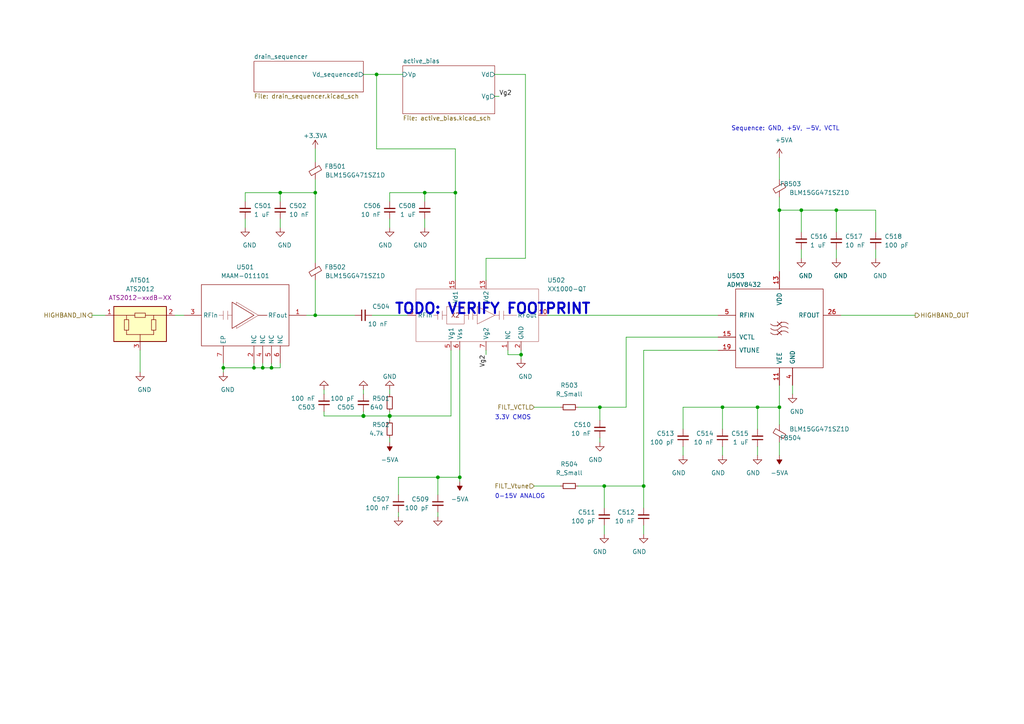
<source format=kicad_sch>
(kicad_sch (version 20211123) (generator eeschema)
  (paper "A4")
  (lib_symbols
    (symbol "Device:C_Small" (pin_numbers hide) (pin_names (offset 0.254) hide)
      (property "Reference" "C" (at 0.254 1.778 0))
      (property "Value" "C_Small" (at 0.254 -2.032 0))
      (symbol "C_Small_0_1"
        (polyline (pts (xy -1.524 -0.508) (xy 1.524 -0.508)) (stroke (width 0.3302)))
        (polyline (pts (xy -1.524 0.508) (xy 1.524 0.508)) (stroke (width 0.3048)))
      )
      (symbol "C_Small_1_1"
        (pin passive line (at 0 2.54 270) (length 2.032) (name "~") (number "1"))
        (pin passive line (at 0 -2.54 90) (length 2.032) (name "~") (number "2"))
      )
    )
    (symbol "Device:FerriteBead_Small" (pin_numbers hide) (pin_names (offset 0))
      (property "Reference" "FB" (at 1.905 1.27 0))
      (property "Value" "FerriteBead_Small" (at 1.905 -1.27 0))
      (symbol "FerriteBead_Small_0_1"
        (polyline (pts (xy 0 -1.27) (xy 0 -0.7874)))
        (polyline (pts (xy 0 0.889) (xy 0 1.2954)))
        (polyline (pts (xy -1.8288 0.2794) (xy -1.1176 1.4986) (xy 1.8288 -0.2032) (xy 1.1176 -1.4224) (xy -1.8288 0.2794)))
      )
      (symbol "FerriteBead_Small_1_1"
        (pin passive line (at 0 2.54 270) (length 1.27) (name "~") (number "1"))
        (pin passive line (at 0 -2.54 90) (length 1.27) (name "~") (number "2"))
      )
    )
    (symbol "Device:R_Small" (pin_numbers hide) (pin_names (offset 0.254) hide)
      (property "Reference" "R" (at 0.762 0.508 0))
      (property "Value" "R_Small" (at 0.762 -1.016 0))
      (symbol "R_Small_0_1"
        (rectangle (start -0.762 1.778) (end 0.762 -1.778) (stroke (width 0.2032)))
      )
      (symbol "R_Small_1_1"
        (pin passive line (at 0 2.54 270) (length 0.762) (name "~") (number "1"))
        (pin passive line (at 0 -2.54 90) (length 0.762) (name "~") (number "2"))
      )
    )
    (symbol "jtk_rf:ADMV8432" (pin_names (offset 1.016))
      (property "Reference" "U" (at -24.13 13.97 0))
      (property "Value" "ADMV8432" (at -20.32 16.51 0))
      (symbol "ADMV8432_0_1"
        (rectangle (start -12.7 11.43) (end 12.7 -11.43))
        (arc (start -2.54 -1.27) (mid -1.27 -1.7961) (end 0 -1.27))
        (polyline (pts (xy -0.635 -0.635) (xy 0.635 -1.905)))
        (polyline (pts (xy -0.635 0.635) (xy 0.635 1.905)))
        (polyline (pts (xy -0.635 1.905) (xy 0.635 0.635)))
        (polyline (pts (xy 0.635 -0.635) (xy -0.635 -1.905)))
        (arc (start 2.54 -1.27) (mid 1.27 -0.7439) (end 0 -1.27))
      )
      (symbol "ADMV8432_1_1"
        (arc (start -2.54 0) (mid -1.27 -0.5261) (end 0 0))
        (arc (start -2.54 1.27) (mid -1.27 0.7439) (end 0 1.27))
        (arc (start 2.54 0) (mid 1.27 0.5261) (end 0 0))
        (arc (start 2.54 1.27) (mid 1.27 1.7961) (end 0 1.27))
        (pin power_in line (at 3.81 -16.51 90) (length 5.08) hide (name "NC") (number "1"))
        (pin power_in line (at 3.81 -16.51 90) (length 5.08) hide (name "NC") (number "10"))
        (pin power_in line (at 0 -16.51 90) (length 5.08) (name "VEE") (number "11"))
        (pin power_in line (at 3.81 -16.51 90) (length 5.08) hide (name "GND") (number "12"))
        (pin power_in line (at 0 16.51 270) (length 5.08) (name "VDD") (number "13"))
        (pin power_in line (at 3.81 -16.51 90) (length 5.08) hide (name "NC") (number "14"))
        (pin input line (at -17.78 -2.54 0) (length 5.08) (name "VCTL") (number "15"))
        (pin power_in line (at 3.81 -16.51 90) (length 5.08) hide (name "GND") (number "16"))
        (pin power_in line (at 3.81 -16.51 90) (length 5.08) hide (name "NC") (number "17"))
        (pin power_in line (at 3.81 -16.51 90) (length 5.08) hide (name "GND") (number "18"))
        (pin input line (at -17.78 -6.35 0) (length 5.08) (name "VTUNE") (number "19"))
        (pin power_in line (at 3.81 -16.51 90) (length 5.08) hide (name "NC") (number "2"))
        (pin power_in line (at 3.81 -16.51 90) (length 5.08) hide (name "NC") (number "20"))
        (pin power_in line (at 3.81 -16.51 90) (length 5.08) hide (name "NC") (number "21"))
        (pin power_in line (at 3.81 -16.51 90) (length 5.08) hide (name "NC") (number "22"))
        (pin power_in line (at 3.81 -16.51 90) (length 5.08) hide (name "NC") (number "23"))
        (pin power_in line (at 3.81 -16.51 90) (length 5.08) hide (name "NC") (number "24"))
        (pin power_in line (at 3.81 -16.51 90) (length 5.08) hide (name "GND") (number "25"))
        (pin output line (at 17.78 3.81 180) (length 5.08) (name "RFOUT") (number "26"))
        (pin power_in line (at 3.81 -16.51 90) (length 5.08) hide (name "GND") (number "27"))
        (pin power_in line (at 3.81 -16.51 90) (length 5.08) hide (name "NC") (number "28"))
        (pin power_in line (at 3.81 -16.51 90) (length 5.08) hide (name "NC") (number "29"))
        (pin power_in line (at 3.81 -16.51 90) (length 5.08) hide (name "NC") (number "3"))
        (pin power_in line (at 3.81 -16.51 90) (length 5.08) hide (name "NC") (number "30"))
        (pin power_in line (at 3.81 -16.51 90) (length 5.08) hide (name "NC") (number "31"))
        (pin power_in line (at 3.81 -16.51 90) (length 5.08) hide (name "NC") (number "32"))
        (pin power_in line (at 3.81 -16.51 90) (length 5.08) hide (name "NC") (number "33"))
        (pin power_in line (at 3.81 -16.51 90) (length 5.08) hide (name "NC") (number "34"))
        (pin power_in line (at 3.81 -16.51 90) (length 5.08) hide (name "NC") (number "35"))
        (pin power_in line (at 3.81 -16.51 90) (length 5.08) hide (name "NC") (number "36"))
        (pin power_in line (at 3.81 -16.51 90) (length 5.08) hide (name "NC") (number "37"))
        (pin power_in line (at 3.81 -16.51 90) (length 5.08) hide (name "NC") (number "38"))
        (pin power_in line (at 3.81 -16.51 90) (length 5.08) hide (name "NC") (number "39"))
        (pin power_in line (at 3.81 -16.51 90) (length 5.08) (name "GND") (number "4"))
        (pin power_in line (at 3.81 -16.51 90) (length 5.08) hide (name "NC") (number "40"))
        (pin power_in line (at 3.81 -16.51 90) (length 5.08) hide (name "GND") (number "41"))
        (pin input line (at -17.78 3.81 0) (length 5.08) (name "RFIN") (number "5"))
        (pin power_in line (at 3.81 -16.51 90) (length 5.08) hide (name "GND") (number "6"))
        (pin power_in line (at 3.81 -16.51 90) (length 5.08) hide (name "NC") (number "7"))
        (pin power_in line (at 3.81 -16.51 90) (length 5.08) hide (name "NC") (number "8"))
        (pin power_in line (at 3.81 -16.51 90) (length 5.08) hide (name "NC") (number "9"))
      )
    )
    (symbol "jtk_rf:ATS2012"
      (property "Reference" "AT" (at -8.89 7.62 0))
      (property "Value" "ATS2012" (at -6.35 5.08 0))
      (property "mpn" "ATS2012-xxdB-XX" (at -3.81 12.7 0))
      (symbol "ATS2012_0_1"
        (rectangle (start -7.62 2.54) (end 7.62 -7.62) (stroke (width 0.254)) (fill (type background)))
        (polyline (pts (xy -3.937 -5.588) (xy 3.937 -5.588)))
        (polyline (pts (xy -3.937 -1.27) (xy -3.937 0)))
        (polyline (pts (xy -1.524 0) (xy -7.62 0)))
        (polyline (pts (xy 0 -7.62) (xy 0 -5.588)))
        (polyline (pts (xy 3.937 -1.27) (xy 3.937 0)))
        (pin passive line (at 0 -10.16 90) (length 2.54) (name "~") (number "3"))
      )
      (symbol "ATS2012_1_1"
        (rectangle (start -4.572 -4.318) (end -3.302 -1.27))
        (rectangle (start -1.524 0.635) (end 1.524 -0.635))
        (polyline (pts (xy -3.937 -5.588) (xy -3.937 -4.318)))
        (polyline (pts (xy 3.937 -5.588) (xy 3.937 -4.318)))
        (polyline (pts (xy 7.62 0) (xy 1.524 0)))
        (rectangle (start 3.302 -4.318) (end 4.572 -1.27))
        (pin passive line (at -10.16 0 0) (length 2.54) (name "~") (number "1"))
        (pin passive line (at 10.16 0 180) (length 2.54) (name "~") (number "2"))
      )
    )
    (symbol "jtk_rf:MAAM-011101"
      (property "Reference" "U" (at -15.24 13.97 0))
      (property "Value" "MAAM-011101" (at -8.89 11.43 0))
      (symbol "MAAM-011101_0_1"
        (rectangle (start -11.43 8.89) (end 13.97 -8.89))
        (polyline (pts (xy -3.81 1.27) (xy -3.81 -1.27)) (stroke (width 0.0006)))
        (polyline (pts (xy -2.54 0) (xy -3.81 0)) (stroke (width 0.0006)))
        (polyline (pts (xy -1.27 3.81) (xy -1.27 3.175)) (stroke (width 0.0006)))
        (polyline (pts (xy 5.08 0) (xy 7.62 0)))
        (polyline (pts (xy -6.35 0) (xy -5.08 0) (xy -5.08 1.27) (xy -5.08 -1.27)) (stroke (width 0.0006)))
        (polyline (pts (xy -1.27 3.81) (xy 5.08 0) (xy -1.27 -3.81) (xy -1.27 -3.175)) (stroke (width 0.0006)))
        (polyline (pts (xy 3.81 0) (xy -2.54 3.81) (xy -2.54 -3.81) (xy 3.81 0)))
      )
      (symbol "MAAM-011101_1_1"
        (pin bidirectional line (at 19.05 0 180) (length 5.08) (name "RFout") (number "1"))
        (pin power_in line (at 3.81 -13.97 90) (length 5.08) (name "NC") (number "2"))
        (pin input line (at -16.51 0 0) (length 5.08) (name "RFin") (number "3"))
        (pin power_in line (at 6.35 -13.97 90) (length 5.08) (name "NC") (number "4"))
        (pin power_in line (at 8.89 -13.97 90) (length 5.08) (name "NC") (number "5"))
        (pin power_in line (at 11.43 -13.97 90) (length 5.08) (name "NC") (number "6"))
        (pin power_in line (at -5.08 -13.97 90) (length 5.08) (name "EP") (number "7"))
      )
    )
    (symbol "jtk_rf:XX1000-QT"
      (property "Reference" "U" (at 20.32 8.89 0))
      (property "Value" "XX1000-QT" (at 25.4 6.35 0))
      (symbol "XX1000-QT_0_0"
        (text "X2" (at -6.35 0 0) (effects (font (size 1.27 1.27))))
      )
      (symbol "XX1000-QT_0_1"
        (rectangle (start -17.78 7.62) (end 17.78 -7.62) (stroke (width 0.0006)))
        (polyline (pts (xy -10.16 0) (xy -8.89 0)) (stroke (width 0.0006)))
        (polyline (pts (xy -10.16 1.27) (xy -10.16 -1.27)) (stroke (width 0.0006)))
        (polyline (pts (xy -2.54 -1.27) (xy -2.54 0)) (stroke (width 0.0006)))
        (polyline (pts (xy -1.27 0) (xy 0 0)) (stroke (width 0.0006)))
        (polyline (pts (xy -1.27 1.27) (xy -1.27 -1.27)) (stroke (width 0.0006)))
        (polyline (pts (xy 5.08 0) (xy 6.35 0)) (stroke (width 0.0006)))
        (polyline (pts (xy 6.35 1.27) (xy 6.35 -1.27)) (stroke (width 0.0006)))
        (polyline (pts (xy 7.62 0) (xy 10.16 0)) (stroke (width 0.0006)))
        (polyline (pts (xy 7.62 1.27) (xy 7.62 -1.27)) (stroke (width 0.0006)))
        (polyline (pts (xy 10.16 0) (xy 11.43 0)) (stroke (width 0.0006)))
        (polyline (pts (xy -3.81 0) (xy -2.54 0) (xy -2.54 1.27)) (stroke (width 0.0006)))
        (polyline (pts (xy -12.7 0) (xy -11.43 0) (xy -11.43 1.27) (xy -11.43 -1.27)) (stroke (width 0.0006)))
        (polyline (pts (xy 0 0) (xy 0 2.54) (xy 5.08 0) (xy 0 -2.54) (xy 0 0)) (stroke (width 0.0006)))
        (polyline (pts (xy -8.89 0) (xy -8.89 2.54) (xy -3.81 2.54) (xy -3.81 -2.54) (xy -8.89 -2.54) (xy -8.89 0)) (stroke (width 0.0006)))
      )
      (symbol "XX1000-QT_1_1"
        (pin passive line (at 8.89 -10.16 90) (length 2.54) (name "NC") (number "1"))
        (pin output line (at 20.32 0 180) (length 2.54) (name "RFout") (number "10"))
        (pin passive line (at 12.7 -10.16 90) (length 2.54) hide (name "GND") (number "11"))
        (pin passive line (at 8.89 -10.16 90) (length 2.54) hide (name "NC") (number "12"))
        (pin input line (at 2.54 10.16 270) (length 2.54) (name "Vd2") (number "13"))
        (pin passive line (at 8.89 -10.16 90) (length 2.54) hide (name "NC") (number "14"))
        (pin input line (at -6.35 10.16 270) (length 2.54) (name "Vd1") (number "15"))
        (pin passive line (at 8.89 -10.16 90) (length 2.54) hide (name "NC") (number "16"))
        (pin passive line (at 12.7 -10.16 90) (length 2.54) hide (name "GND") (number "17"))
        (pin power_in line (at 12.7 -10.16 90) (length 2.54) (name "GND") (number "2"))
        (pin input line (at -20.32 0 0) (length 2.54) (name "RFin") (number "3"))
        (pin passive line (at 12.7 -10.16 90) (length 2.54) hide (name "GND") (number "4"))
        (pin input line (at -7.62 -10.16 90) (length 2.54) (name "Vg1") (number "5"))
        (pin input line (at -5.08 -10.16 90) (length 2.54) (name "Vss") (number "6"))
        (pin input line (at 2.54 -10.16 90) (length 2.54) (name "Vg2") (number "7"))
        (pin passive line (at 8.89 -10.16 90) (length 2.54) hide (name "NC") (number "8"))
        (pin passive line (at 12.7 -10.16 90) (length 2.54) hide (name "GND") (number "9"))
      )
    )
    (symbol "power:+3.3VA" (power) (pin_names (offset 0))
      (property "Value" "+3.3VA" (at 0 3.556 0))
      (symbol "+3.3VA_0_1"
        (polyline (pts (xy -0.762 1.27) (xy 0 2.54)))
        (polyline (pts (xy 0 0) (xy 0 2.54)))
        (polyline (pts (xy 0 2.54) (xy 0.762 1.27)))
      )
      (symbol "+3.3VA_1_1"
        (pin power_in line (at 0 0 90) (length 0) hide (name "+3.3VA") (number "1"))
      )
    )
    (symbol "power:+5VA" (power) (pin_names (offset 0))
      (property "Value" "+5VA" (at 0 3.556 0))
      (symbol "+5VA_0_1"
        (polyline (pts (xy -0.762 1.27) (xy 0 2.54)))
        (polyline (pts (xy 0 0) (xy 0 2.54)))
        (polyline (pts (xy 0 2.54) (xy 0.762 1.27)))
      )
      (symbol "+5VA_1_1"
        (pin power_in line (at 0 0 90) (length 0) hide (name "+5VA") (number "1"))
      )
    )
    (symbol "power:-5VA" (power) (pin_names (offset 0))
      (property "Value" "-5VA" (at 0 3.81 0))
      (symbol "-5VA_0_0"
        (pin power_in line (at 0 0 90) (length 0) hide (name "-5VA") (number "1"))
      )
      (symbol "-5VA_0_1"
        (polyline (pts (xy 0 0) (xy 0 1.27) (xy 0.762 1.27) (xy 0 2.54) (xy -0.762 1.27) (xy 0 1.27)) (fill (type outline)))
      )
    )
    (symbol "power:GND" (power) (pin_names (offset 0))
      (property "Value" "GND" (at 0 -3.81 0))
      (symbol "GND_0_1"
        (polyline (pts (xy 0 0) (xy 0 -1.27) (xy 1.27 -1.27) (xy 0 -2.54) (xy -1.27 -1.27) (xy 0 -1.27)))
      )
      (symbol "GND_1_1"
        (pin power_in line (at 0 0 270) (length 0) hide (name "GND") (number "1"))
      )
    )
  )
  (junction (at 186.69 140.97) (diameter 0.9144))
  (junction (at 73.66 106.68) (diameter 0.9144))
  (junction (at 64.77 106.68) (diameter 0.9144))
  (junction (at 113.03 120.65) (diameter 1.016))
  (junction (at 209.55 118.11) (diameter 0.9144))
  (junction (at 132.08 55.88) (diameter 0.9144))
  (junction (at 226.06 118.11) (diameter 0.9144))
  (junction (at 242.57 60.96) (diameter 0.9144))
  (junction (at 151.13 102.87) (diameter 0.9144))
  (junction (at 105.41 120.65) (diameter 1.016))
  (junction (at 91.44 91.44) (diameter 0.9144))
  (junction (at 175.26 140.97) (diameter 0.9144))
  (junction (at 232.41 60.96) (diameter 0.9144))
  (junction (at 133.35 138.43) (diameter 0.9144))
  (junction (at 81.28 55.88) (diameter 0.9144))
  (junction (at 173.99 118.11) (diameter 0.9144))
  (junction (at 91.44 55.88) (diameter 0.9144))
  (junction (at 78.74 106.68) (diameter 0.9144))
  (junction (at 226.06 60.96) (diameter 0.9144))
  (junction (at 219.71 118.11) (diameter 0.9144))
  (junction (at 127 138.43) (diameter 0.9144))
  (junction (at 123.19 55.88) (diameter 0.9144))
  (junction (at 109.22 21.59) (diameter 0.9144))
  (junction (at 76.2 106.68) (diameter 0.9144))
  (wire (pts (xy 81.28 55.88) (xy 91.44 55.88)))
  (wire (pts (xy 143.51 27.94) (xy 144.78 27.94)))
  (wire (pts (xy 175.26 140.97) (xy 186.69 140.97)))
  (wire (pts (xy 91.44 81.28) (xy 91.44 91.44)))
  (wire (pts (xy 73.66 105.41) (xy 73.66 106.68)))
  (wire (pts (xy 226.06 128.27) (xy 226.06 132.08)))
  (wire (pts (xy 107.95 91.44) (xy 118.11 91.44)))
  (wire (pts (xy 88.9 91.44) (xy 91.44 91.44)))
  (wire (pts (xy 91.44 91.44) (xy 102.87 91.44)))
  (wire (pts (xy 198.12 118.11) (xy 209.55 118.11)))
  (wire (pts (xy 123.19 63.5) (xy 123.19 66.04)))
  (wire (pts (xy 226.06 45.72) (xy 226.06 52.07)))
  (wire (pts (xy 127 148.59) (xy 127 149.86)))
  (wire (pts (xy 140.97 101.6) (xy 140.97 102.87)))
  (wire (pts (xy 71.12 63.5) (xy 71.12 66.04)))
  (wire (pts (xy 173.99 118.11) (xy 181.61 118.11)))
  (wire (pts (xy 81.28 105.41) (xy 81.28 106.68)))
  (wire (pts (xy 198.12 129.54) (xy 198.12 132.08)))
  (wire (pts (xy 208.28 97.79) (xy 181.61 97.79)))
  (wire (pts (xy 64.77 105.41) (xy 64.77 106.68)))
  (wire (pts (xy 151.13 101.6) (xy 151.13 102.87)))
  (wire (pts (xy 175.26 140.97) (xy 175.26 147.32)))
  (wire (pts (xy 127 138.43) (xy 127 143.51)))
  (wire (pts (xy 50.8 91.44) (xy 53.34 91.44)))
  (wire (pts (xy 130.81 120.65) (xy 130.81 101.6)))
  (wire (pts (xy 93.98 114.3) (xy 93.98 113.03)))
  (wire (pts (xy 93.98 120.65) (xy 105.41 120.65)))
  (wire (pts (xy 232.41 60.96) (xy 232.41 67.31)))
  (wire (pts (xy 242.57 60.96) (xy 242.57 67.31)))
  (wire (pts (xy 76.2 105.41) (xy 76.2 106.68)))
  (wire (pts (xy 91.44 52.07) (xy 91.44 55.88)))
  (wire (pts (xy 209.55 129.54) (xy 209.55 132.08)))
  (wire (pts (xy 254 72.39) (xy 254 74.93)))
  (wire (pts (xy 242.57 60.96) (xy 254 60.96)))
  (wire (pts (xy 71.12 55.88) (xy 71.12 58.42)))
  (wire (pts (xy 186.69 152.4) (xy 186.69 154.94)))
  (wire (pts (xy 113.03 55.88) (xy 113.03 58.42)))
  (wire (pts (xy 105.41 114.3) (xy 105.41 113.03)))
  (wire (pts (xy 113.03 120.65) (xy 130.81 120.65)))
  (wire (pts (xy 78.74 105.41) (xy 78.74 106.68)))
  (wire (pts (xy 209.55 118.11) (xy 219.71 118.11)))
  (wire (pts (xy 186.69 101.6) (xy 208.28 101.6)))
  (wire (pts (xy 71.12 55.88) (xy 81.28 55.88)))
  (wire (pts (xy 219.71 129.54) (xy 219.71 132.08)))
  (wire (pts (xy 113.03 127) (xy 113.03 128.27)))
  (wire (pts (xy 115.57 138.43) (xy 115.57 143.51)))
  (wire (pts (xy 243.84 91.44) (xy 265.43 91.44)))
  (wire (pts (xy 167.64 140.97) (xy 175.26 140.97)))
  (wire (pts (xy 140.97 74.93) (xy 140.97 81.28)))
  (wire (pts (xy 143.51 21.59) (xy 152.4 21.59)))
  (wire (pts (xy 152.4 21.59) (xy 152.4 74.93)))
  (wire (pts (xy 152.4 74.93) (xy 140.97 74.93)))
  (wire (pts (xy 147.32 101.6) (xy 147.32 102.87)))
  (wire (pts (xy 26.67 91.44) (xy 30.48 91.44)))
  (wire (pts (xy 147.32 102.87) (xy 151.13 102.87)))
  (wire (pts (xy 254 60.96) (xy 254 67.31)))
  (wire (pts (xy 242.57 72.39) (xy 242.57 74.93)))
  (wire (pts (xy 226.06 60.96) (xy 226.06 78.74)))
  (wire (pts (xy 186.69 140.97) (xy 186.69 147.32)))
  (wire (pts (xy 113.03 63.5) (xy 113.03 66.04)))
  (wire (pts (xy 113.03 113.03) (xy 113.03 114.3)))
  (wire (pts (xy 154.94 118.11) (xy 162.56 118.11)))
  (wire (pts (xy 109.22 43.18) (xy 109.22 21.59)))
  (wire (pts (xy 132.08 43.18) (xy 109.22 43.18)))
  (wire (pts (xy 132.08 55.88) (xy 132.08 43.18)))
  (wire (pts (xy 186.69 101.6) (xy 186.69 140.97)))
  (wire (pts (xy 123.19 55.88) (xy 113.03 55.88)))
  (wire (pts (xy 173.99 127) (xy 173.99 128.27)))
  (wire (pts (xy 232.41 72.39) (xy 232.41 74.93)))
  (wire (pts (xy 123.19 55.88) (xy 123.19 58.42)))
  (wire (pts (xy 151.13 102.87) (xy 151.13 104.14)))
  (wire (pts (xy 181.61 97.79) (xy 181.61 118.11)))
  (wire (pts (xy 115.57 138.43) (xy 127 138.43)))
  (wire (pts (xy 219.71 118.11) (xy 219.71 124.46)))
  (wire (pts (xy 232.41 60.96) (xy 242.57 60.96)))
  (wire (pts (xy 105.41 21.59) (xy 109.22 21.59)))
  (wire (pts (xy 109.22 21.59) (xy 116.84 21.59)))
  (wire (pts (xy 226.06 118.11) (xy 226.06 123.19)))
  (wire (pts (xy 81.28 63.5) (xy 81.28 66.04)))
  (wire (pts (xy 105.41 119.38) (xy 105.41 120.65)))
  (wire (pts (xy 154.94 140.97) (xy 162.56 140.97)))
  (wire (pts (xy 229.87 111.76) (xy 229.87 114.3)))
  (wire (pts (xy 167.64 118.11) (xy 173.99 118.11)))
  (wire (pts (xy 115.57 148.59) (xy 115.57 149.86)))
  (wire (pts (xy 40.64 101.6) (xy 40.64 107.95)))
  (wire (pts (xy 64.77 106.68) (xy 64.77 107.95)))
  (wire (pts (xy 133.35 101.6) (xy 133.35 138.43)))
  (wire (pts (xy 133.35 138.43) (xy 133.35 139.7)))
  (wire (pts (xy 173.99 118.11) (xy 173.99 121.92)))
  (wire (pts (xy 132.08 55.88) (xy 132.08 81.28)))
  (wire (pts (xy 113.03 120.65) (xy 113.03 119.38)))
  (wire (pts (xy 219.71 118.11) (xy 226.06 118.11)))
  (wire (pts (xy 123.19 55.88) (xy 132.08 55.88)))
  (wire (pts (xy 93.98 119.38) (xy 93.98 120.65)))
  (wire (pts (xy 91.44 43.18) (xy 91.44 46.99)))
  (wire (pts (xy 198.12 118.11) (xy 198.12 124.46)))
  (wire (pts (xy 91.44 55.88) (xy 91.44 76.2)))
  (wire (pts (xy 226.06 57.15) (xy 226.06 60.96)))
  (wire (pts (xy 209.55 118.11) (xy 209.55 124.46)))
  (wire (pts (xy 226.06 111.76) (xy 226.06 118.11)))
  (wire (pts (xy 64.77 106.68) (xy 73.66 106.68)))
  (wire (pts (xy 73.66 106.68) (xy 76.2 106.68)))
  (wire (pts (xy 76.2 106.68) (xy 78.74 106.68)))
  (wire (pts (xy 78.74 106.68) (xy 81.28 106.68)))
  (wire (pts (xy 226.06 60.96) (xy 232.41 60.96)))
  (wire (pts (xy 113.03 120.65) (xy 113.03 121.92)))
  (wire (pts (xy 158.75 91.44) (xy 208.28 91.44)))
  (wire (pts (xy 175.26 152.4) (xy 175.26 154.94)))
  (wire (pts (xy 127 138.43) (xy 133.35 138.43)))
  (wire (pts (xy 105.41 120.65) (xy 113.03 120.65)))
  (wire (pts (xy 81.28 55.88) (xy 81.28 58.42)))
  (text "TODO: VERIFY FOOTPRINT" (at 114.3 91.44 0) (effects (font (size 3 3) (thickness 0.6) bold) (justify left bottom)))
  (text "3.3V CMOS" (at 143.51 121.92 0) (effects (font (size 1.27 1.27)) (justify left bottom)))
  (text "0-15V ANALOG" (at 143.51 144.78 0) (effects (font (size 1.27 1.27)) (justify left bottom)))
  (text "Sequence: GND, +5V, -5V, VCTL" (at 212.09 38.1 0) (effects (font (size 1.27 1.27)) (justify left bottom)))
  (label "Vg2" (at 140.97 102.87 270))
  (label "Vg2" (at 144.78 27.94 0))
  (hierarchical_label "HIGHBAND_IN" (shape output) (at 26.67 91.44 180))
  (hierarchical_label "FILT_VCTL" (shape input) (at 154.94 118.11 180))
  (hierarchical_label "FILT_Vtune" (shape input) (at 154.94 140.97 180))
  (hierarchical_label "HIGHBAND_OUT" (shape output) (at 265.43 91.44 0))
  (symbol (lib_id "Device:R_Small") (at 113.03 116.84 180) (unit 1)
    (property "Reference" "R501" (at 110.49 115.57 0))
    (property "Value" "640" (at 109.22 118.11 0))
    (property "Footprint" "Resistor_SMD:R_0402_1005Metric" (effects hide))
  )
  (symbol (lib_id "Device:C_Small") (at 71.12 60.96 180) (unit 1)
    (property "Reference" "C501" (at 73.66 59.69 0) (effects (justify right)))
    (property "Value" "1 uF" (at 73.66 62.23 0) (effects (justify right)))
    (property "Footprint" "Capacitor_SMD:C_0402_1005Metric" (effects hide))
  )
  (symbol (lib_id "power:GND") (at 219.71 132.08 0) (mirror y) (unit 1)
    (property "Reference" "#PWR0521" (effects hide))
    (property "Value" "GND" (at 218.44 137.16 0))
  )
  (symbol (lib_id "power:GND") (at 64.77 107.95 0) (unit 1)
    (property "Reference" "#PWR0502" (effects hide))
    (property "Value" "GND" (at 66.04 113.03 0))
  )
  (symbol (lib_id "Device:C_Small") (at 115.57 146.05 0) (mirror y) (unit 1)
    (property "Reference" "C507" (at 113.03 144.78 0) (effects (justify left)))
    (property "Value" "100 nF" (at 113.03 147.32 0) (effects (justify left)))
    (property "Footprint" "Capacitor_SMD:C_0402_1005Metric" (effects hide))
  )
  (symbol (lib_id "power:GND") (at 113.03 66.04 0) (mirror y) (unit 1)
    (property "Reference" "#PWR0508" (effects hide))
    (property "Value" "GND" (at 111.76 71.12 0))
  )
  (symbol (lib_id "power:GND") (at 198.12 132.08 0) (mirror y) (unit 1)
    (property "Reference" "#PWR0519" (effects hide))
    (property "Value" "GND" (at 196.85 137.16 0))
  )
  (symbol (lib_id "power:GND") (at 151.13 104.14 0) (unit 1)
    (property "Reference" "#PWR0515" (effects hide))
    (property "Value" "GND" (at 152.4 109.22 0))
  )
  (symbol (lib_id "Device:C_Small") (at 242.57 69.85 180) (unit 1)
    (property "Reference" "C517" (at 245.11 68.58 0) (effects (justify right)))
    (property "Value" "10 nF" (at 245.11 71.12 0) (effects (justify right)))
    (property "Footprint" "Capacitor_SMD:C_0402_1005Metric" (effects hide))
  )
  (symbol (lib_id "power:GND") (at 93.98 113.03 180) (unit 1)
    (property "Reference" "#PWR0506" (effects hide))
    (property "Value" "GND" (effects hide))
  )
  (symbol (lib_id "power:GND") (at 242.57 74.93 0) (unit 1)
    (property "Reference" "#PWR0526" (effects hide))
    (property "Value" "GND" (at 243.84 80.01 0))
  )
  (symbol (lib_id "Device:C_Small") (at 209.55 127 0) (mirror x) (unit 1)
    (property "Reference" "C514" (at 207.01 125.73 0) (effects (justify right)))
    (property "Value" "10 nF" (at 207.01 128.27 0) (effects (justify right)))
    (property "Footprint" "Capacitor_SMD:C_0402_1005Metric" (effects hide))
  )
  (symbol (lib_id "Device:C_Small") (at 232.41 69.85 180) (unit 1)
    (property "Reference" "C516" (at 234.95 68.58 0) (effects (justify right)))
    (property "Value" "1 uF" (at 234.95 71.12 0) (effects (justify right)))
    (property "Footprint" "Capacitor_SMD:C_0402_1005Metric" (effects hide))
  )
  (symbol (lib_id "power:+5VA") (at 226.06 45.72 0) (unit 1)
    (property "Reference" "#PWR0522" (effects hide))
    (property "Value" "+5VA" (at 227.33 40.64 0))
  )
  (symbol (lib_id "Device:C_Small") (at 254 69.85 180) (unit 1)
    (property "Reference" "C518" (at 256.54 68.58 0) (effects (justify right)))
    (property "Value" "100 pF" (at 256.54 71.12 0) (effects (justify right)))
    (property "Footprint" "Capacitor_SMD:C_0402_1005Metric" (effects hide))
  )
  (symbol (lib_id "Device:C_Small") (at 123.19 60.96 0) (mirror x) (unit 1)
    (property "Reference" "C508" (at 120.65 59.69 0) (effects (justify right)))
    (property "Value" "1 uF" (at 120.65 62.23 0) (effects (justify right)))
    (property "Footprint" "Capacitor_SMD:C_0402_1005Metric" (effects hide))
  )
  (symbol (lib_id "power:GND") (at 113.03 113.03 180) (unit 1)
    (property "Reference" "#PWR0509" (effects hide))
    (property "Value" "GND" (at 113.03 109.22 0))
  )
  (symbol (lib_id "power:GND") (at 186.69 154.94 0) (mirror y) (unit 1)
    (property "Reference" "#PWR0518" (effects hide))
    (property "Value" "GND" (at 185.42 160.02 0))
  )
  (symbol (lib_id "power:-5VA") (at 113.03 128.27 180) (unit 1)
    (property "Reference" "#PWR0510" (effects hide))
    (property "Value" "-5VA" (at 113.03 133.35 0))
  )
  (symbol (lib_id "Device:C_Small") (at 198.12 127 0) (mirror x) (unit 1)
    (property "Reference" "C513" (at 195.58 125.73 0) (effects (justify right)))
    (property "Value" "100 pF" (at 195.58 128.27 0) (effects (justify right)))
    (property "Footprint" "Capacitor_SMD:C_0402_1005Metric" (effects hide))
  )
  (symbol (lib_id "power:GND") (at 209.55 132.08 0) (mirror y) (unit 1)
    (property "Reference" "#PWR0520" (effects hide))
    (property "Value" "GND" (at 208.28 137.16 0))
  )
  (symbol (lib_id "power:GND") (at 232.41 74.93 0) (unit 1)
    (property "Reference" "#PWR0525" (effects hide))
    (property "Value" "GND" (at 233.68 80.01 0))
  )
  (symbol (lib_id "Device:C_Small") (at 127 146.05 0) (mirror y) (unit 1)
    (property "Reference" "C509" (at 124.46 144.78 0) (effects (justify left)))
    (property "Value" "100 pF" (at 124.46 147.32 0) (effects (justify left)))
    (property "Footprint" "Capacitor_SMD:C_0402_1005Metric" (effects hide))
  )
  (symbol (lib_id "Device:C_Small") (at 175.26 149.86 0) (mirror x) (unit 1)
    (property "Reference" "C511" (at 172.72 148.59 0) (effects (justify right)))
    (property "Value" "100 pF" (at 172.72 151.13 0) (effects (justify right)))
    (property "Footprint" "Capacitor_SMD:C_0402_1005Metric" (effects hide))
  )
  (symbol (lib_id "power:GND") (at 81.28 66.04 0) (unit 1)
    (property "Reference" "#PWR0504" (effects hide))
    (property "Value" "GND" (at 82.55 71.12 0))
  )
  (symbol (lib_id "power:-5VA") (at 133.35 139.7 180) (unit 1)
    (property "Reference" "#PWR0514" (effects hide))
    (property "Value" "-5VA" (at 133.35 144.78 0))
  )
  (symbol (lib_id "Device:R_Small") (at 165.1 140.97 90) (unit 1)
    (property "Reference" "R504" (at 165.1 134.62 90))
    (property "Value" "R_Small" (at 165.1 137.16 90))
    (property "Footprint" "Resistor_SMD:R_0402_1005Metric" (effects hide))
  )
  (symbol (lib_id "power:GND") (at 71.12 66.04 0) (unit 1)
    (property "Reference" "#PWR0503" (effects hide))
    (property "Value" "GND" (at 72.39 71.12 0))
  )
  (symbol (lib_id "Device:C_Small") (at 186.69 149.86 0) (mirror x) (unit 1)
    (property "Reference" "C512" (at 184.15 148.59 0) (effects (justify right)))
    (property "Value" "10 nF" (at 184.15 151.13 0) (effects (justify right)))
    (property "Footprint" "Capacitor_SMD:C_0402_1005Metric" (effects hide))
  )
  (symbol (lib_id "power:GND") (at 105.41 113.03 180) (unit 1)
    (property "Reference" "#PWR0507" (effects hide))
    (property "Value" "GND" (effects hide))
  )
  (symbol (lib_id "Device:C_Small") (at 113.03 60.96 0) (mirror x) (unit 1)
    (property "Reference" "C506" (at 110.49 59.69 0) (effects (justify right)))
    (property "Value" "10 nF" (at 110.49 62.23 0) (effects (justify right)))
    (property "Footprint" "Capacitor_SMD:C_0402_1005Metric" (effects hide))
  )
  (symbol (lib_id "Device:FerriteBead_Small") (at 226.06 54.61 0) (mirror y) (unit 1)
    (property "Reference" "FB503" (at 232.41 53.34 0) (effects (justify left)))
    (property "Value" "BLM15GG471SZ1D" (at 246.38 55.88 0) (effects (justify left)))
    (property "Footprint" "Inductor_SMD:L_0402_1005Metric" (effects hide))
  )
  (symbol (lib_id "power:GND") (at 175.26 154.94 0) (mirror y) (unit 1)
    (property "Reference" "#PWR0517" (effects hide))
    (property "Value" "GND" (at 173.99 160.02 0))
  )
  (symbol (lib_id "power:GND") (at 173.99 128.27 0) (mirror y) (unit 1)
    (property "Reference" "#PWR0516" (effects hide))
    (property "Value" "GND" (at 172.72 133.35 0))
  )
  (symbol (lib_id "power:GND") (at 40.64 107.95 0) (unit 1)
    (property "Reference" "#PWR0501" (effects hide))
    (property "Value" "GND" (at 41.91 113.03 0))
  )
  (symbol (lib_id "Device:R_Small") (at 165.1 118.11 90) (unit 1)
    (property "Reference" "R503" (at 165.1 111.76 90))
    (property "Value" "R_Small" (at 165.1 114.3 90))
    (property "Footprint" "Resistor_SMD:R_0402_1005Metric" (effects hide))
  )
  (symbol (lib_id "Device:C_Small") (at 173.99 124.46 0) (mirror x) (unit 1)
    (property "Reference" "C510" (at 171.45 123.19 0) (effects (justify right)))
    (property "Value" "10 nF" (at 171.45 125.73 0) (effects (justify right)))
    (property "Footprint" "Capacitor_SMD:C_0402_1005Metric" (effects hide))
  )
  (symbol (lib_id "jtk_rf:XX1000-QT") (at 138.43 91.44 0) (unit 1)
    (property "Reference" "U502" (at 158.75 81.28 0) (effects (justify left)))
    (property "Value" "XX1000-QT" (at 158.75 83.82 0) (effects (justify left)))
    (property "Footprint" "Package_DFN_QFN:QFN-16-1EP_3x3mm_P0.5mm_EP1.45x1.45mm" (effects hide))
    (property "Datasheet" "https://cdn.macom.com/datasheets/XX1000-QT.pdf" (effects hide))
    (property "mfg" "MACOM" (effects hide))
    (property "mpn" "XX1000-QT-0G0T" (effects hide))
    (property "dist" "RichardsonRFPD" (effects hide))
  )
  (symbol (lib_id "jtk_rf:MAAM-011101") (at 69.85 91.44 0) (unit 1)
    (property "Reference" "U501" (at 71.12 77.47 0))
    (property "Value" "MAAM-011101" (at 71.12 80.01 0))
    (property "Footprint" "jtk_rf_footprints:TDFN6" (effects hide))
    (property "Datasheet" "https://cdn.macom.com/datasheets/maam-011101.pdf" (effects hide))
    (property "mpn" "MAAM-011101-TR1000" (effects hide))
    (property "digikey#" "1465-1283-1-ND" (effects hide))
    (property "mfg" "Macom" (effects hide))
  )
  (symbol (lib_id "power:-5VA") (at 226.06 132.08 180) (unit 1)
    (property "Reference" "#PWR0523" (effects hide))
    (property "Value" "-5VA" (at 226.06 137.16 0))
  )
  (symbol (lib_id "jtk_rf:ADMV8432") (at 226.06 95.25 0) (unit 1)
    (property "Reference" "U503" (at 210.82 80.01 0) (effects (justify left)))
    (property "Value" "ADMV8432" (at 210.82 82.55 0) (effects (justify left)))
    (property "Footprint" "jtk_rf_footprints:LFCSP-40-1EP_6x6mm_P0.5mm_EP4.7x4.7mm" (effects hide))
    (property "Datasheet" "https://www.mouser.com/datasheet/2/609/ADMV8432-1627702.pdf" (effects hide))
    (property "mfg" "Analog Devices" (effects hide))
    (property "mpn" "ADMV8432ACPZ" (effects hide))
    (property "mouser#" "584-ADMV8432ACPZ" (effects hide))
  )
  (symbol (lib_id "Device:FerriteBead_Small") (at 226.06 125.73 180) (unit 1)
    (property "Reference" "FB504" (at 232.41 127 0) (effects (justify left)))
    (property "Value" "BLM15GG471SZ1D" (at 246.38 124.46 0) (effects (justify left)))
    (property "Footprint" "Inductor_SMD:L_0402_1005Metric" (effects hide))
  )
  (symbol (lib_id "Device:FerriteBead_Small") (at 91.44 49.53 0) (mirror y) (unit 1)
    (property "Reference" "FB501" (at 100.33 48.26 0) (effects (justify left)))
    (property "Value" "BLM15GG471SZ1D" (at 111.76 50.8 0) (effects (justify left)))
    (property "Footprint" "Inductor_SMD:L_0402_1005Metric" (effects hide))
  )
  (symbol (lib_id "Device:R_Small") (at 113.03 124.46 180) (unit 1)
    (property "Reference" "R502" (at 110.49 123.19 0))
    (property "Value" "4.7k" (at 109.22 125.73 0))
    (property "Footprint" "Resistor_SMD:R_0402_1005Metric" (effects hide))
  )
  (symbol (lib_id "Device:C_Small") (at 93.98 116.84 180) (unit 1)
    (property "Reference" "C503" (at 91.44 118.11 0) (effects (justify left)))
    (property "Value" "100 nF" (at 91.44 115.57 0) (effects (justify left)))
    (property "Footprint" "Capacitor_SMD:C_0402_1005Metric" (effects hide))
  )
  (symbol (lib_id "power:GND") (at 229.87 114.3 0) (unit 1)
    (property "Reference" "#PWR0524" (effects hide))
    (property "Value" "GND" (at 231.14 119.38 0))
  )
  (symbol (lib_id "power:GND") (at 115.57 149.86 0) (mirror y) (unit 1)
    (property "Reference" "#PWR0511" (effects hide))
    (property "Value" "GND" (effects hide))
  )
  (symbol (lib_id "Device:C_Small") (at 81.28 60.96 180) (unit 1)
    (property "Reference" "C502" (at 83.82 59.69 0) (effects (justify right)))
    (property "Value" "10 nF" (at 83.82 62.23 0) (effects (justify right)))
    (property "Footprint" "Capacitor_SMD:C_0402_1005Metric" (effects hide))
  )
  (symbol (lib_id "Device:FerriteBead_Small") (at 91.44 78.74 0) (mirror y) (unit 1)
    (property "Reference" "FB502" (at 100.33 77.47 0) (effects (justify left)))
    (property "Value" "BLM15GG471SZ1D" (at 111.76 80.01 0) (effects (justify left)))
    (property "Footprint" "Inductor_SMD:L_0402_1005Metric" (effects hide))
  )
  (symbol (lib_id "Device:C_Small") (at 219.71 127 0) (mirror x) (unit 1)
    (property "Reference" "C515" (at 217.17 125.73 0) (effects (justify right)))
    (property "Value" "1 uF" (at 217.17 128.27 0) (effects (justify right)))
    (property "Footprint" "Capacitor_SMD:C_0402_1005Metric" (effects hide))
  )
  (symbol (lib_id "Device:C_Small") (at 105.41 116.84 180) (unit 1)
    (property "Reference" "C505" (at 102.87 118.11 0) (effects (justify left)))
    (property "Value" "100 pF" (at 102.87 115.57 0) (effects (justify left)))
    (property "Footprint" "Capacitor_SMD:C_0402_1005Metric" (effects hide))
  )
  (symbol (lib_id "power:+3.3VA") (at 91.44 43.18 0) (unit 1)
    (property "Reference" "#PWR0505" (effects hide))
    (property "Value" "+3.3VA" (at 91.44 39.37 0))
  )
  (symbol (lib_id "Device:C_Small") (at 105.41 91.44 90) (unit 1)
    (property "Reference" "C504" (at 107.95 88.9 90) (effects (justify right)))
    (property "Value" "10 nF" (at 106.68 93.98 90) (effects (justify right)))
    (property "Footprint" "Capacitor_SMD:C_0402_1005Metric" (effects hide))
  )
  (symbol (lib_id "power:GND") (at 127 149.86 0) (mirror y) (unit 1)
    (property "Reference" "#PWR0513" (effects hide))
    (property "Value" "GND" (effects hide))
  )
  (symbol (lib_id "power:GND") (at 254 74.93 0) (unit 1)
    (property "Reference" "#PWR0527" (effects hide))
    (property "Value" "GND" (at 255.27 80.01 0))
  )
  (symbol (lib_id "jtk_rf:ATS2012") (at 40.64 91.44 0) (unit 1)
    (property "Reference" "AT501" (at 40.64 81.28 0))
    (property "Value" "ATS2012" (at 40.64 83.82 0))
    (property "Footprint" "jtk_rf_footprints:ATS2012" (effects hide))
    (property "Datasheet" "https://www.susumu.co.jp/common/pdf/n_catalog_partition37_en.pdf?v=20180406" (effects hide))
    (property "mpn" "ATS2012-xxdB-XX" (at 40.64 86.36 0))
  )
  (symbol (lib_id "power:GND") (at 123.19 66.04 0) (mirror y) (unit 1)
    (property "Reference" "#PWR0512" (effects hide))
    (property "Value" "GND" (at 121.92 71.12 0))
  )
  (sheet (at 116.84 19.05) (size 26.67 13.97) (stroke (width 0.001))
    (property "Sheet name" "active_bias" (at 116.84 18.4141 0) (effects (justify left bottom)))
    (property "Sheet file" "active_bias.kicad_sch" (at 116.84 33.5289 0) (effects (justify left top)))
    (pin "Vd" output (at 143.51 21.59 0))
    (pin "Vg" output (at 143.51 27.94 0))
    (pin "Vp" input (at 116.84 21.59 180))
  )
  (sheet (at 73.66 17.78) (size 31.75 8.89) (stroke (width 0.001))
    (property "Sheet name" "drain_sequencer" (at 73.66 17.1441 0) (effects (justify left bottom)))
    (property "Sheet file" "drain_sequencer.kicad_sch" (at 73.66 27.1789 0) (effects (justify left top)))
    (pin "Vd_sequenced" output (at 105.41 21.59 0))
  )
)
</source>
